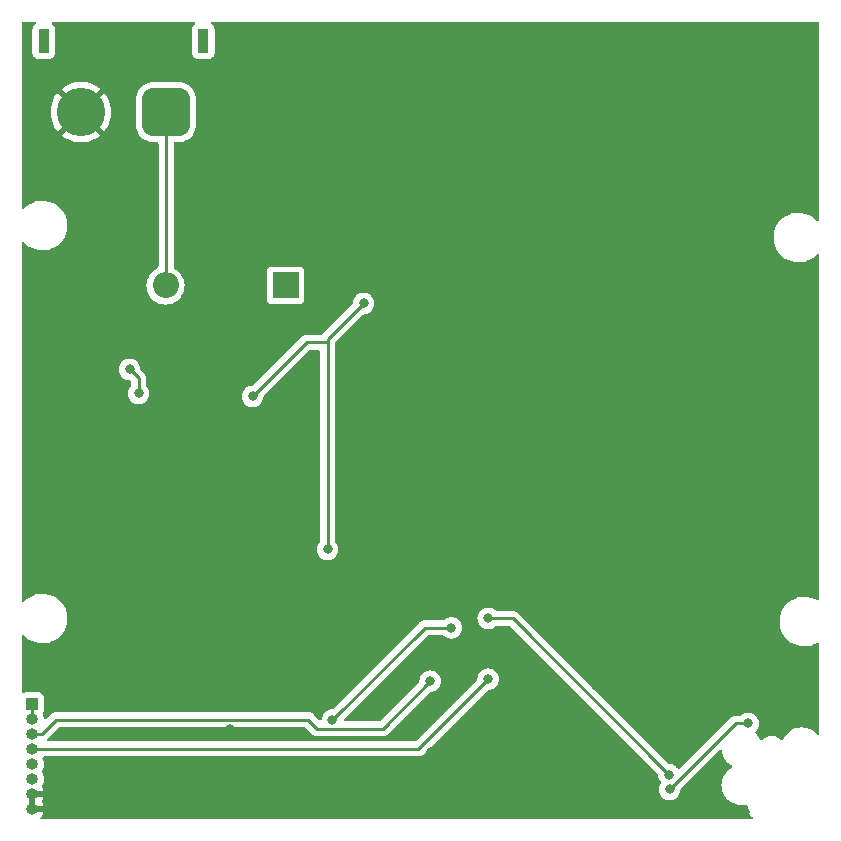
<source format=gbr>
%TF.GenerationSoftware,KiCad,Pcbnew,(6.0.7)*%
%TF.CreationDate,2023-02-12T17:10:20-05:00*%
%TF.ProjectId,PDB,5044422e-6b69-4636-9164-5f7063625858,rev?*%
%TF.SameCoordinates,Original*%
%TF.FileFunction,Copper,L2,Bot*%
%TF.FilePolarity,Positive*%
%FSLAX46Y46*%
G04 Gerber Fmt 4.6, Leading zero omitted, Abs format (unit mm)*
G04 Created by KiCad (PCBNEW (6.0.7)) date 2023-02-12 17:10:20*
%MOMM*%
%LPD*%
G01*
G04 APERTURE LIST*
G04 Aperture macros list*
%AMRoundRect*
0 Rectangle with rounded corners*
0 $1 Rounding radius*
0 $2 $3 $4 $5 $6 $7 $8 $9 X,Y pos of 4 corners*
0 Add a 4 corners polygon primitive as box body*
4,1,4,$2,$3,$4,$5,$6,$7,$8,$9,$2,$3,0*
0 Add four circle primitives for the rounded corners*
1,1,$1+$1,$2,$3*
1,1,$1+$1,$4,$5*
1,1,$1+$1,$6,$7*
1,1,$1+$1,$8,$9*
0 Add four rect primitives between the rounded corners*
20,1,$1+$1,$2,$3,$4,$5,0*
20,1,$1+$1,$4,$5,$6,$7,0*
20,1,$1+$1,$6,$7,$8,$9,0*
20,1,$1+$1,$8,$9,$2,$3,0*%
G04 Aperture macros list end*
%TA.AperFunction,ComponentPad*%
%ADD10R,1.000000X1.000000*%
%TD*%
%TA.AperFunction,ComponentPad*%
%ADD11O,1.000000X1.000000*%
%TD*%
%TA.AperFunction,ComponentPad*%
%ADD12R,2.200000X2.200000*%
%TD*%
%TA.AperFunction,ComponentPad*%
%ADD13O,2.200000X2.200000*%
%TD*%
%TA.AperFunction,ComponentPad*%
%ADD14R,0.900000X2.000000*%
%TD*%
%TA.AperFunction,ComponentPad*%
%ADD15RoundRect,1.025000X-1.025000X-1.025000X1.025000X-1.025000X1.025000X1.025000X-1.025000X1.025000X0*%
%TD*%
%TA.AperFunction,ComponentPad*%
%ADD16C,4.100000*%
%TD*%
%TA.AperFunction,ViaPad*%
%ADD17C,0.800000*%
%TD*%
%TA.AperFunction,Conductor*%
%ADD18C,0.250000*%
%TD*%
G04 APERTURE END LIST*
D10*
%TO.P,J102,1,Pin_1*%
%TO.N,+5V*%
X77585000Y-134488000D03*
D11*
%TO.P,J102,2,Pin_2*%
X77585000Y-135758000D03*
%TO.P,J102,3,Pin_3*%
%TO.N,/CANH*%
X77585000Y-137028000D03*
%TO.P,J102,4,Pin_4*%
%TO.N,/CANL*%
X77585000Y-138298000D03*
%TO.P,J102,5,Pin_5*%
%TO.N,+3.3V*%
X77585000Y-139568000D03*
%TO.P,J102,6,Pin_6*%
X77585000Y-140838000D03*
%TO.P,J102,7,Pin_7*%
%TO.N,GND*%
X77585000Y-142108000D03*
%TO.P,J102,8,Pin_8*%
X77585000Y-143378000D03*
%TD*%
D12*
%TO.P,D101,1,K*%
%TO.N,/V_in*%
X99060000Y-99060000D03*
D13*
%TO.P,D101,2,A*%
%TO.N,Net-(D101-Pad2)*%
X88900000Y-99060000D03*
%TD*%
D14*
%TO.P,J101,*%
%TO.N,*%
X78594000Y-78374000D03*
X92094000Y-78374000D03*
D15*
%TO.P,J101,1,Pin_1*%
%TO.N,Net-(D101-Pad2)*%
X88944000Y-84374000D03*
D16*
%TO.P,J101,2,Pin_2*%
%TO.N,GND*%
X81744000Y-84374000D03*
%TD*%
D17*
%TO.N,+3.3V*%
X96266000Y-108458000D03*
X85852000Y-106172000D03*
X102616000Y-121412000D03*
X86614000Y-108204000D03*
X138228282Y-136140723D03*
X105664000Y-100584000D03*
X131572000Y-141732000D03*
%TO.N,GND*%
X106244100Y-134485200D03*
X125333300Y-93853700D03*
X94322900Y-136590500D03*
X140362000Y-86409100D03*
X81080600Y-111625200D03*
X140343200Y-90402200D03*
X109545900Y-123863400D03*
X112699800Y-100765000D03*
X96343300Y-125524000D03*
X135310800Y-124396900D03*
X112401400Y-85657500D03*
X80647600Y-107167000D03*
X126497800Y-121838900D03*
X104648000Y-113708700D03*
X123865000Y-81482300D03*
X96836800Y-117260700D03*
X111353100Y-138575700D03*
X96416100Y-83197900D03*
X137968000Y-143654200D03*
X111730000Y-131299200D03*
X101897900Y-91701000D03*
X139525100Y-92585100D03*
X107397300Y-127200700D03*
X82097500Y-120329200D03*
X116541100Y-94307700D03*
%TO.N,/CANH*%
X111311800Y-132557800D03*
%TO.N,/CANL*%
X116222600Y-132395700D03*
%TO.N,/SWO*%
X116222600Y-127243200D03*
X131507400Y-140462200D03*
%TO.N,/Batt_curr_sense*%
X113106200Y-128040300D03*
X103037100Y-135842000D03*
%TD*%
D18*
%TO.N,+3.3V*%
X102616000Y-103886000D02*
X102616000Y-103632000D01*
X102616000Y-103886000D02*
X100838000Y-103886000D01*
X131572000Y-141732000D02*
X137163277Y-136140723D01*
X100838000Y-103886000D02*
X96266000Y-108458000D01*
X102616000Y-103632000D02*
X105664000Y-100584000D01*
X86614000Y-106934000D02*
X85852000Y-106172000D01*
X137163277Y-136140723D02*
X138228282Y-136140723D01*
X86614000Y-108204000D02*
X86614000Y-106934000D01*
X102616000Y-121412000D02*
X102616000Y-103886000D01*
%TO.N,+5V*%
X77585000Y-135758000D02*
X77585000Y-134488000D01*
%TO.N,Net-(D101-Pad2)*%
X88944000Y-97590700D02*
X88900000Y-97634700D01*
X88944000Y-84374000D02*
X88944000Y-97590700D01*
X88900000Y-99060000D02*
X88900000Y-97634700D01*
%TO.N,/CANH*%
X100988900Y-135817500D02*
X101750500Y-136579100D01*
X101750500Y-136579100D02*
X107290500Y-136579100D01*
X77585000Y-137028000D02*
X78410300Y-137028000D01*
X79620800Y-135817500D02*
X100988900Y-135817500D01*
X78410300Y-137028000D02*
X79620800Y-135817500D01*
X107290500Y-136579100D02*
X111311800Y-132557800D01*
%TO.N,/CANL*%
X110320300Y-138298000D02*
X116222600Y-132395700D01*
X77585000Y-138298000D02*
X110320300Y-138298000D01*
%TO.N,/SWO*%
X116222600Y-127243200D02*
X118288400Y-127243200D01*
X118288400Y-127243200D02*
X131507400Y-140462200D01*
%TO.N,/Batt_curr_sense*%
X103037100Y-135842000D02*
X110838800Y-128040300D01*
X110838800Y-128040300D02*
X113106200Y-128040300D01*
%TD*%
%TA.AperFunction,Conductor*%
%TO.N,GND*%
G36*
X77873918Y-76728502D02*
G01*
X77920411Y-76782158D01*
X77930515Y-76852432D01*
X77901021Y-76917012D01*
X77881362Y-76935326D01*
X77780739Y-77010739D01*
X77693385Y-77127295D01*
X77642255Y-77263684D01*
X77635500Y-77325866D01*
X77635500Y-79422134D01*
X77642255Y-79484316D01*
X77693385Y-79620705D01*
X77780739Y-79737261D01*
X77897295Y-79824615D01*
X78033684Y-79875745D01*
X78095866Y-79882500D01*
X79092134Y-79882500D01*
X79154316Y-79875745D01*
X79290705Y-79824615D01*
X79407261Y-79737261D01*
X79494615Y-79620705D01*
X79545745Y-79484316D01*
X79552500Y-79422134D01*
X79552500Y-77325866D01*
X79545745Y-77263684D01*
X79494615Y-77127295D01*
X79407261Y-77010739D01*
X79306638Y-76935326D01*
X79264123Y-76878467D01*
X79259097Y-76807648D01*
X79293157Y-76745355D01*
X79355488Y-76711365D01*
X79382203Y-76708500D01*
X91305797Y-76708500D01*
X91373918Y-76728502D01*
X91420411Y-76782158D01*
X91430515Y-76852432D01*
X91401021Y-76917012D01*
X91381362Y-76935326D01*
X91280739Y-77010739D01*
X91193385Y-77127295D01*
X91142255Y-77263684D01*
X91135500Y-77325866D01*
X91135500Y-79422134D01*
X91142255Y-79484316D01*
X91193385Y-79620705D01*
X91280739Y-79737261D01*
X91397295Y-79824615D01*
X91533684Y-79875745D01*
X91595866Y-79882500D01*
X92592134Y-79882500D01*
X92654316Y-79875745D01*
X92790705Y-79824615D01*
X92907261Y-79737261D01*
X92994615Y-79620705D01*
X93045745Y-79484316D01*
X93052500Y-79422134D01*
X93052500Y-77325866D01*
X93045745Y-77263684D01*
X92994615Y-77127295D01*
X92907261Y-77010739D01*
X92806638Y-76935326D01*
X92764123Y-76878467D01*
X92759097Y-76807648D01*
X92793157Y-76745355D01*
X92855488Y-76711365D01*
X92882203Y-76708500D01*
X144145500Y-76708500D01*
X144213621Y-76728502D01*
X144260114Y-76782158D01*
X144271500Y-76834500D01*
X144271500Y-93483949D01*
X144251498Y-93552070D01*
X144197842Y-93598563D01*
X144127568Y-93608667D01*
X144062988Y-93579173D01*
X144052754Y-93569237D01*
X144052361Y-93568810D01*
X144049687Y-93565472D01*
X143841149Y-93367577D01*
X143607683Y-93199814D01*
X143585843Y-93188250D01*
X143562654Y-93175972D01*
X143353608Y-93065288D01*
X143083627Y-92966489D01*
X142802736Y-92905245D01*
X142771685Y-92902801D01*
X142579718Y-92887693D01*
X142579709Y-92887693D01*
X142577261Y-92887500D01*
X142421729Y-92887500D01*
X142419593Y-92887646D01*
X142419582Y-92887646D01*
X142211452Y-92901835D01*
X142211446Y-92901836D01*
X142207175Y-92902127D01*
X142202980Y-92902996D01*
X142202978Y-92902996D01*
X142066417Y-92931276D01*
X141925658Y-92960426D01*
X141654657Y-93056393D01*
X141399188Y-93188250D01*
X141395687Y-93190711D01*
X141395683Y-93190713D01*
X141385594Y-93197804D01*
X141163977Y-93353559D01*
X140953378Y-93549260D01*
X140771287Y-93771732D01*
X140621073Y-94016858D01*
X140505517Y-94280102D01*
X140426756Y-94556594D01*
X140386249Y-94841216D01*
X140386227Y-94845505D01*
X140386226Y-94845512D01*
X140385631Y-94959142D01*
X140384743Y-95128703D01*
X140422268Y-95413734D01*
X140498129Y-95691036D01*
X140499813Y-95694984D01*
X140592459Y-95912187D01*
X140610923Y-95955476D01*
X140646035Y-96014144D01*
X140715891Y-96130864D01*
X140758561Y-96202161D01*
X140938313Y-96426528D01*
X141146851Y-96624423D01*
X141380317Y-96792186D01*
X141384112Y-96794195D01*
X141384113Y-96794196D01*
X141405869Y-96805715D01*
X141634392Y-96926712D01*
X141904373Y-97025511D01*
X142185264Y-97086755D01*
X142213841Y-97089004D01*
X142408282Y-97104307D01*
X142408291Y-97104307D01*
X142410739Y-97104500D01*
X142566271Y-97104500D01*
X142568407Y-97104354D01*
X142568418Y-97104354D01*
X142776548Y-97090165D01*
X142776554Y-97090164D01*
X142780825Y-97089873D01*
X142785020Y-97089004D01*
X142785022Y-97089004D01*
X142921583Y-97060724D01*
X143062342Y-97031574D01*
X143333343Y-96935607D01*
X143588812Y-96803750D01*
X143592313Y-96801289D01*
X143592317Y-96801287D01*
X143706417Y-96721096D01*
X143824023Y-96638441D01*
X144034622Y-96442740D01*
X144047996Y-96426400D01*
X144106620Y-96386355D01*
X144177589Y-96384361D01*
X144238370Y-96421052D01*
X144269665Y-96484779D01*
X144271500Y-96506206D01*
X144271500Y-125585030D01*
X144251498Y-125653151D01*
X144197842Y-125699644D01*
X144127568Y-125709748D01*
X144086541Y-125696384D01*
X143958381Y-125628527D01*
X143861608Y-125577288D01*
X143591627Y-125478489D01*
X143310736Y-125417245D01*
X143279685Y-125414801D01*
X143087718Y-125399693D01*
X143087709Y-125399693D01*
X143085261Y-125399500D01*
X142929729Y-125399500D01*
X142927593Y-125399646D01*
X142927582Y-125399646D01*
X142719452Y-125413835D01*
X142719446Y-125413836D01*
X142715175Y-125414127D01*
X142710980Y-125414996D01*
X142710978Y-125414996D01*
X142574416Y-125443277D01*
X142433658Y-125472426D01*
X142162657Y-125568393D01*
X141907188Y-125700250D01*
X141903687Y-125702711D01*
X141903683Y-125702713D01*
X141789582Y-125782905D01*
X141671977Y-125865559D01*
X141668836Y-125868478D01*
X141475821Y-126047839D01*
X141461378Y-126061260D01*
X141279287Y-126283732D01*
X141129073Y-126528858D01*
X141127347Y-126532791D01*
X141127346Y-126532792D01*
X141024507Y-126767065D01*
X141013517Y-126792102D01*
X141012342Y-126796229D01*
X141012341Y-126796230D01*
X140992489Y-126865921D01*
X140934756Y-127068594D01*
X140894249Y-127353216D01*
X140894227Y-127357505D01*
X140894226Y-127357512D01*
X140892765Y-127636417D01*
X140892743Y-127640703D01*
X140893302Y-127644947D01*
X140893302Y-127644951D01*
X140897262Y-127675029D01*
X140930268Y-127925734D01*
X140931401Y-127929874D01*
X140931401Y-127929876D01*
X140952415Y-128006689D01*
X141006129Y-128203036D01*
X141118923Y-128467476D01*
X141121130Y-128471163D01*
X141258529Y-128700740D01*
X141266561Y-128714161D01*
X141446313Y-128938528D01*
X141654851Y-129136423D01*
X141888317Y-129304186D01*
X141892112Y-129306195D01*
X141892113Y-129306196D01*
X141933346Y-129328028D01*
X142142392Y-129438712D01*
X142412373Y-129537511D01*
X142693264Y-129598755D01*
X142721841Y-129601004D01*
X142916282Y-129616307D01*
X142916291Y-129616307D01*
X142918739Y-129616500D01*
X143074271Y-129616500D01*
X143076407Y-129616354D01*
X143076418Y-129616354D01*
X143284548Y-129602165D01*
X143284554Y-129602164D01*
X143288825Y-129601873D01*
X143293020Y-129601004D01*
X143293022Y-129601004D01*
X143429583Y-129572724D01*
X143570342Y-129543574D01*
X143841343Y-129447607D01*
X144087710Y-129320448D01*
X144157418Y-129306979D01*
X144223341Y-129333334D01*
X144264551Y-129391147D01*
X144271500Y-129432414D01*
X144271500Y-137000220D01*
X144251498Y-137068341D01*
X144197842Y-137114834D01*
X144127568Y-137124938D01*
X144062988Y-137095444D01*
X144047541Y-137078656D01*
X144047337Y-137078830D01*
X144044227Y-137075189D01*
X144041406Y-137071327D01*
X144027858Y-137057708D01*
X143862806Y-136891789D01*
X143862801Y-136891785D01*
X143859430Y-136888396D01*
X143651878Y-136735096D01*
X143647648Y-136732870D01*
X143647644Y-136732868D01*
X143427762Y-136617183D01*
X143427760Y-136617182D01*
X143423525Y-136614954D01*
X143179627Y-136530735D01*
X142979949Y-136494267D01*
X142929767Y-136485102D01*
X142929766Y-136485102D01*
X142925797Y-136484377D01*
X142843233Y-136480050D01*
X142682387Y-136480050D01*
X142680008Y-136480231D01*
X142680007Y-136480231D01*
X142495481Y-136494267D01*
X142495476Y-136494268D01*
X142490714Y-136494630D01*
X142486061Y-136495709D01*
X142486058Y-136495709D01*
X142334948Y-136530735D01*
X142239349Y-136552894D01*
X141999689Y-136648508D01*
X141777250Y-136779274D01*
X141773539Y-136782295D01*
X141773535Y-136782298D01*
X141704176Y-136838765D01*
X141577149Y-136942181D01*
X141403993Y-137133481D01*
X141401352Y-137137479D01*
X141401351Y-137137480D01*
X141349099Y-137216574D01*
X141261765Y-137348772D01*
X141259764Y-137353112D01*
X141259762Y-137353116D01*
X141190808Y-137502690D01*
X141144124Y-137556179D01*
X141075932Y-137575938D01*
X141007883Y-137555693D01*
X140984833Y-137536512D01*
X140955909Y-137505925D01*
X140867286Y-137412209D01*
X140770425Y-137344386D01*
X140705472Y-137298906D01*
X140705471Y-137298905D01*
X140700239Y-137295242D01*
X140569472Y-137238654D01*
X140518940Y-137216787D01*
X140518939Y-137216787D01*
X140513084Y-137214253D01*
X140419276Y-137194655D01*
X140318212Y-137173541D01*
X140318208Y-137173541D01*
X140313467Y-137172550D01*
X140308630Y-137172297D01*
X140308626Y-137172296D01*
X140308560Y-137172293D01*
X140306788Y-137172200D01*
X140157033Y-137172200D01*
X140105338Y-137177451D01*
X140011466Y-137186986D01*
X140011465Y-137186986D01*
X140005117Y-137187631D01*
X139810522Y-137248614D01*
X139632163Y-137347479D01*
X139477327Y-137480190D01*
X139473413Y-137485235D01*
X139473409Y-137485240D01*
X139442515Y-137525068D01*
X139384959Y-137566635D01*
X139314067Y-137570485D01*
X139252347Y-137535398D01*
X139231142Y-137505925D01*
X139224674Y-137493472D01*
X139167879Y-137384137D01*
X139115826Y-137283931D01*
X139115824Y-137283928D01*
X139113617Y-137279679D01*
X139089527Y-137246703D01*
X138966760Y-137078656D01*
X138961406Y-137071327D01*
X138947810Y-137057659D01*
X138923023Y-137032743D01*
X138862564Y-136971966D01*
X138828703Y-136909567D01*
X138833953Y-136838765D01*
X138858257Y-136798796D01*
X138962903Y-136682575D01*
X138962904Y-136682574D01*
X138967322Y-136677667D01*
X139039984Y-136551813D01*
X139059505Y-136518002D01*
X139059506Y-136518001D01*
X139062809Y-136512279D01*
X139121824Y-136330651D01*
X139124315Y-136306956D01*
X139141096Y-136147288D01*
X139141786Y-136140723D01*
X139121824Y-135950795D01*
X139062809Y-135769167D01*
X139040488Y-135730505D01*
X139008586Y-135675251D01*
X138967322Y-135603779D01*
X138951164Y-135585833D01*
X138843957Y-135466768D01*
X138843956Y-135466767D01*
X138839535Y-135461857D01*
X138704650Y-135363857D01*
X138690376Y-135353486D01*
X138690375Y-135353485D01*
X138685034Y-135349605D01*
X138679006Y-135346921D01*
X138679004Y-135346920D01*
X138516601Y-135274614D01*
X138516600Y-135274614D01*
X138510570Y-135271929D01*
X138417170Y-135252076D01*
X138330226Y-135233595D01*
X138330221Y-135233595D01*
X138323769Y-135232223D01*
X138132795Y-135232223D01*
X138126343Y-135233595D01*
X138126338Y-135233595D01*
X138039394Y-135252076D01*
X137945994Y-135271929D01*
X137939964Y-135274614D01*
X137939963Y-135274614D01*
X137777560Y-135346920D01*
X137777558Y-135346921D01*
X137771530Y-135349605D01*
X137766189Y-135353485D01*
X137766188Y-135353486D01*
X137732818Y-135377731D01*
X137617029Y-135461857D01*
X137612614Y-135466760D01*
X137607702Y-135471183D01*
X137606577Y-135469934D01*
X137553268Y-135502774D01*
X137520082Y-135507223D01*
X137242045Y-135507223D01*
X137230862Y-135506696D01*
X137223369Y-135505021D01*
X137215443Y-135505270D01*
X137215442Y-135505270D01*
X137155279Y-135507161D01*
X137151321Y-135507223D01*
X137123421Y-135507223D01*
X137119431Y-135507727D01*
X137107597Y-135508659D01*
X137063388Y-135510049D01*
X137055774Y-135512261D01*
X137055769Y-135512262D01*
X137043936Y-135515700D01*
X137024573Y-135519711D01*
X137004480Y-135522249D01*
X136997113Y-135525166D01*
X136997108Y-135525167D01*
X136963369Y-135538525D01*
X136952142Y-135542369D01*
X136909684Y-135554705D01*
X136902858Y-135558742D01*
X136892249Y-135565016D01*
X136874501Y-135573711D01*
X136855660Y-135581171D01*
X136849244Y-135585833D01*
X136849243Y-135585833D01*
X136819890Y-135607159D01*
X136809970Y-135613675D01*
X136778742Y-135632143D01*
X136778739Y-135632145D01*
X136771915Y-135636181D01*
X136757594Y-135650502D01*
X136742561Y-135663342D01*
X136726170Y-135675251D01*
X136721119Y-135681357D01*
X136697979Y-135709328D01*
X136689989Y-135718107D01*
X132449079Y-139959016D01*
X132386767Y-139993042D01*
X132315951Y-139987977D01*
X132259116Y-139945430D01*
X132250871Y-139932930D01*
X132246440Y-139925256D01*
X132198847Y-139872398D01*
X132123075Y-139788245D01*
X132123074Y-139788244D01*
X132118653Y-139783334D01*
X132006279Y-139701689D01*
X131969494Y-139674963D01*
X131969493Y-139674962D01*
X131964152Y-139671082D01*
X131958124Y-139668398D01*
X131958122Y-139668397D01*
X131795719Y-139596091D01*
X131795718Y-139596091D01*
X131789688Y-139593406D01*
X131686737Y-139571523D01*
X131609344Y-139555072D01*
X131609339Y-139555072D01*
X131602887Y-139553700D01*
X131546994Y-139553700D01*
X131478873Y-139533698D01*
X131457899Y-139516795D01*
X125130608Y-133189503D01*
X118792052Y-126850947D01*
X118784512Y-126842661D01*
X118780400Y-126836182D01*
X118730748Y-126789556D01*
X118727907Y-126786802D01*
X118708170Y-126767065D01*
X118704973Y-126764585D01*
X118695951Y-126756880D01*
X118669500Y-126732041D01*
X118663721Y-126726614D01*
X118656775Y-126722795D01*
X118656772Y-126722793D01*
X118645966Y-126716852D01*
X118629447Y-126706001D01*
X118623448Y-126701348D01*
X118613441Y-126693586D01*
X118606172Y-126690441D01*
X118606168Y-126690438D01*
X118572863Y-126676026D01*
X118562213Y-126670809D01*
X118523460Y-126649505D01*
X118503837Y-126644467D01*
X118485134Y-126638063D01*
X118473820Y-126633167D01*
X118473819Y-126633167D01*
X118466545Y-126630019D01*
X118458722Y-126628780D01*
X118458712Y-126628777D01*
X118422876Y-126623101D01*
X118411256Y-126620695D01*
X118376111Y-126611672D01*
X118376110Y-126611672D01*
X118368430Y-126609700D01*
X118348176Y-126609700D01*
X118328465Y-126608149D01*
X118316286Y-126606220D01*
X118308457Y-126604980D01*
X118300565Y-126605726D01*
X118264439Y-126609141D01*
X118252581Y-126609700D01*
X116930800Y-126609700D01*
X116862679Y-126589698D01*
X116843453Y-126573357D01*
X116843180Y-126573660D01*
X116838268Y-126569237D01*
X116833853Y-126564334D01*
X116679352Y-126452082D01*
X116673324Y-126449398D01*
X116673322Y-126449397D01*
X116510919Y-126377091D01*
X116510918Y-126377091D01*
X116504888Y-126374406D01*
X116411487Y-126354553D01*
X116324544Y-126336072D01*
X116324539Y-126336072D01*
X116318087Y-126334700D01*
X116127113Y-126334700D01*
X116120661Y-126336072D01*
X116120656Y-126336072D01*
X116033713Y-126354553D01*
X115940312Y-126374406D01*
X115934282Y-126377091D01*
X115934281Y-126377091D01*
X115771878Y-126449397D01*
X115771876Y-126449398D01*
X115765848Y-126452082D01*
X115611347Y-126564334D01*
X115606926Y-126569244D01*
X115606925Y-126569245D01*
X115497803Y-126690438D01*
X115483560Y-126706256D01*
X115468673Y-126732041D01*
X115408499Y-126836266D01*
X115388073Y-126871644D01*
X115329058Y-127053272D01*
X115328368Y-127059833D01*
X115328368Y-127059835D01*
X115327001Y-127072841D01*
X115309096Y-127243200D01*
X115309786Y-127249765D01*
X115326086Y-127404847D01*
X115329058Y-127433128D01*
X115388073Y-127614756D01*
X115391376Y-127620478D01*
X115391377Y-127620479D01*
X115405506Y-127644951D01*
X115483560Y-127780144D01*
X115487978Y-127785051D01*
X115487979Y-127785052D01*
X115552703Y-127856935D01*
X115611347Y-127922066D01*
X115765848Y-128034318D01*
X115771876Y-128037002D01*
X115771878Y-128037003D01*
X115794029Y-128046865D01*
X115940312Y-128111994D01*
X116033712Y-128131847D01*
X116120656Y-128150328D01*
X116120661Y-128150328D01*
X116127113Y-128151700D01*
X116318087Y-128151700D01*
X116324539Y-128150328D01*
X116324544Y-128150328D01*
X116411488Y-128131847D01*
X116504888Y-128111994D01*
X116651171Y-128046865D01*
X116673322Y-128037003D01*
X116673324Y-128037002D01*
X116679352Y-128034318D01*
X116833853Y-127922066D01*
X116838268Y-127917163D01*
X116843180Y-127912740D01*
X116844305Y-127913989D01*
X116897614Y-127881149D01*
X116930800Y-127876700D01*
X117973806Y-127876700D01*
X118041927Y-127896702D01*
X118062901Y-127913605D01*
X130560278Y-140410983D01*
X130594304Y-140473295D01*
X130596493Y-140486908D01*
X130612086Y-140635264D01*
X130613858Y-140652128D01*
X130672873Y-140833756D01*
X130768360Y-140999144D01*
X130815387Y-141051372D01*
X130846102Y-141115376D01*
X130837339Y-141185830D01*
X130830870Y-141198676D01*
X130737473Y-141360444D01*
X130678458Y-141542072D01*
X130658496Y-141732000D01*
X130659186Y-141738565D01*
X130671319Y-141854000D01*
X130678458Y-141921928D01*
X130737473Y-142103556D01*
X130832960Y-142268944D01*
X130837378Y-142273851D01*
X130837379Y-142273852D01*
X130931970Y-142378906D01*
X130960747Y-142410866D01*
X131027086Y-142459064D01*
X131102865Y-142514121D01*
X131115248Y-142523118D01*
X131121276Y-142525802D01*
X131121278Y-142525803D01*
X131253831Y-142584819D01*
X131289712Y-142600794D01*
X131383113Y-142620647D01*
X131470056Y-142639128D01*
X131470061Y-142639128D01*
X131476513Y-142640500D01*
X131667487Y-142640500D01*
X131673939Y-142639128D01*
X131673944Y-142639128D01*
X131760887Y-142620647D01*
X131854288Y-142600794D01*
X131890169Y-142584819D01*
X132022722Y-142525803D01*
X132022724Y-142525802D01*
X132028752Y-142523118D01*
X132041136Y-142514121D01*
X132116914Y-142459064D01*
X132183253Y-142410866D01*
X132212030Y-142378906D01*
X132306621Y-142273852D01*
X132306622Y-142273851D01*
X132311040Y-142268944D01*
X132406527Y-142103556D01*
X132465542Y-141921928D01*
X132482907Y-141756706D01*
X132509920Y-141691050D01*
X132519122Y-141680782D01*
X135786359Y-138413546D01*
X135848671Y-138379520D01*
X135919487Y-138384585D01*
X135976322Y-138427132D01*
X135999521Y-138480653D01*
X136019662Y-138594298D01*
X136020497Y-138599007D01*
X136103438Y-138843342D01*
X136105642Y-138847584D01*
X136105642Y-138847585D01*
X136214299Y-139056758D01*
X136222383Y-139072321D01*
X136225209Y-139076189D01*
X136225210Y-139076191D01*
X136300831Y-139179704D01*
X136374594Y-139280673D01*
X136377965Y-139284062D01*
X136377967Y-139284064D01*
X136553194Y-139460211D01*
X136553199Y-139460215D01*
X136556570Y-139463604D01*
X136764122Y-139616904D01*
X136768353Y-139619130D01*
X136768361Y-139619135D01*
X136831338Y-139652269D01*
X136882311Y-139701689D01*
X136898473Y-139770821D01*
X136874694Y-139837717D01*
X136836525Y-139872398D01*
X136697250Y-139954274D01*
X136693539Y-139957295D01*
X136693535Y-139957298D01*
X136511616Y-140105403D01*
X136497149Y-140117181D01*
X136323993Y-140308481D01*
X136181765Y-140523772D01*
X136179764Y-140528112D01*
X136179762Y-140528116D01*
X136075745Y-140753748D01*
X136073739Y-140758100D01*
X136072415Y-140762701D01*
X136072415Y-140762702D01*
X136004393Y-140999144D01*
X136002400Y-141006071D01*
X136001789Y-141010806D01*
X136001788Y-141010812D01*
X135977555Y-141198680D01*
X135969390Y-141261980D01*
X135975469Y-141519937D01*
X135979371Y-141541953D01*
X136019189Y-141766624D01*
X136020497Y-141774007D01*
X136103438Y-142018342D01*
X136105642Y-142022584D01*
X136105642Y-142022585D01*
X136203233Y-142210455D01*
X136222383Y-142247321D01*
X136225209Y-142251189D01*
X136225210Y-142251191D01*
X136238615Y-142269540D01*
X136374594Y-142455673D01*
X136377965Y-142459062D01*
X136377967Y-142459064D01*
X136553194Y-142635211D01*
X136553199Y-142635215D01*
X136556570Y-142638604D01*
X136764122Y-142791904D01*
X136768352Y-142794130D01*
X136768356Y-142794132D01*
X136977750Y-142904299D01*
X136992475Y-142912046D01*
X137236373Y-142996265D01*
X137490203Y-143042623D01*
X137572767Y-143046950D01*
X137733613Y-143046950D01*
X137735992Y-143046769D01*
X137735993Y-143046769D01*
X137920519Y-143032733D01*
X137920524Y-143032732D01*
X137925286Y-143032370D01*
X137929939Y-143031291D01*
X137929942Y-143031291D01*
X138038854Y-143006046D01*
X138109732Y-143010150D01*
X138167139Y-143051921D01*
X138192850Y-143118099D01*
X138193132Y-143135380D01*
X138184228Y-143305288D01*
X138214722Y-143506922D01*
X138285137Y-143698306D01*
X138392598Y-143871622D01*
X138532714Y-144019791D01*
X138564844Y-144042289D01*
X138609171Y-144097743D01*
X138616480Y-144168363D01*
X138584450Y-144231723D01*
X138523249Y-144267709D01*
X138492572Y-144271500D01*
X78420597Y-144271500D01*
X78352476Y-144251498D01*
X78305983Y-144197842D01*
X78295879Y-144127568D01*
X78325216Y-144063169D01*
X78408638Y-143966523D01*
X78415711Y-143956497D01*
X78507262Y-143795337D01*
X78512256Y-143784121D01*
X78557142Y-143649190D01*
X78557643Y-143635097D01*
X78551454Y-143632000D01*
X77457000Y-143632000D01*
X77388879Y-143611998D01*
X77342386Y-143558342D01*
X77331000Y-143506000D01*
X77331000Y-143105885D01*
X77839000Y-143105885D01*
X77843475Y-143121124D01*
X77844865Y-143122329D01*
X77852548Y-143124000D01*
X78543183Y-143124000D01*
X78556714Y-143120027D01*
X78557806Y-143112433D01*
X78523231Y-142997919D01*
X78518560Y-142986586D01*
X78431538Y-142822920D01*
X78424124Y-142811760D01*
X78403088Y-142743951D01*
X78419517Y-142679797D01*
X78507262Y-142525337D01*
X78512256Y-142514121D01*
X78557142Y-142379190D01*
X78557643Y-142365097D01*
X78551454Y-142362000D01*
X77857115Y-142362000D01*
X77841876Y-142366475D01*
X77840671Y-142367865D01*
X77839000Y-142375548D01*
X77839000Y-143105885D01*
X77331000Y-143105885D01*
X77331000Y-141980000D01*
X77351002Y-141911879D01*
X77404658Y-141865386D01*
X77457000Y-141854000D01*
X78543183Y-141854000D01*
X78556714Y-141850027D01*
X78557806Y-141842433D01*
X78523231Y-141727919D01*
X78518560Y-141716586D01*
X78431537Y-141552918D01*
X78424435Y-141542228D01*
X78403398Y-141474420D01*
X78419827Y-141410264D01*
X78507723Y-141255542D01*
X78507725Y-141255537D01*
X78510769Y-141250179D01*
X78573197Y-141062513D01*
X78597985Y-140866295D01*
X78598380Y-140838000D01*
X78579080Y-140641167D01*
X78521916Y-140451831D01*
X78429066Y-140277204D01*
X78425167Y-140272424D01*
X78424715Y-140271743D01*
X78403676Y-140203935D01*
X78420105Y-140139775D01*
X78507723Y-139985542D01*
X78507725Y-139985537D01*
X78510769Y-139980179D01*
X78573197Y-139792513D01*
X78597985Y-139596295D01*
X78598380Y-139568000D01*
X78579080Y-139371167D01*
X78521916Y-139181831D01*
X78519024Y-139176392D01*
X78519022Y-139176387D01*
X78487261Y-139116652D01*
X78472942Y-139047115D01*
X78498490Y-138980874D01*
X78555795Y-138938962D01*
X78598513Y-138931500D01*
X110241533Y-138931500D01*
X110252716Y-138932027D01*
X110260209Y-138933702D01*
X110268135Y-138933453D01*
X110268136Y-138933453D01*
X110328286Y-138931562D01*
X110332245Y-138931500D01*
X110360156Y-138931500D01*
X110364091Y-138931003D01*
X110364156Y-138930995D01*
X110375993Y-138930062D01*
X110408251Y-138929048D01*
X110412270Y-138928922D01*
X110420189Y-138928673D01*
X110439643Y-138923021D01*
X110459000Y-138919013D01*
X110471230Y-138917468D01*
X110471231Y-138917468D01*
X110479097Y-138916474D01*
X110486468Y-138913555D01*
X110486470Y-138913555D01*
X110520212Y-138900196D01*
X110531442Y-138896351D01*
X110566283Y-138886229D01*
X110566284Y-138886229D01*
X110573893Y-138884018D01*
X110580712Y-138879985D01*
X110580717Y-138879983D01*
X110591328Y-138873707D01*
X110609076Y-138865012D01*
X110627917Y-138857552D01*
X110642502Y-138846956D01*
X110663687Y-138831564D01*
X110673607Y-138825048D01*
X110704835Y-138806580D01*
X110704838Y-138806578D01*
X110711662Y-138802542D01*
X110725983Y-138788221D01*
X110741017Y-138775380D01*
X110750994Y-138768131D01*
X110757407Y-138763472D01*
X110785598Y-138729395D01*
X110793588Y-138720616D01*
X116173099Y-133341105D01*
X116235411Y-133307079D01*
X116262194Y-133304200D01*
X116318087Y-133304200D01*
X116324539Y-133302828D01*
X116324544Y-133302828D01*
X116411488Y-133284347D01*
X116504888Y-133264494D01*
X116567391Y-133236666D01*
X116673322Y-133189503D01*
X116673324Y-133189502D01*
X116679352Y-133186818D01*
X116833853Y-133074566D01*
X116961640Y-132932644D01*
X117057127Y-132767256D01*
X117116142Y-132585628D01*
X117136104Y-132395700D01*
X117116142Y-132205772D01*
X117057127Y-132024144D01*
X116961640Y-131858756D01*
X116833853Y-131716834D01*
X116679352Y-131604582D01*
X116673324Y-131601898D01*
X116673322Y-131601897D01*
X116510919Y-131529591D01*
X116510918Y-131529591D01*
X116504888Y-131526906D01*
X116411488Y-131507053D01*
X116324544Y-131488572D01*
X116324539Y-131488572D01*
X116318087Y-131487200D01*
X116127113Y-131487200D01*
X116120661Y-131488572D01*
X116120656Y-131488572D01*
X116033712Y-131507053D01*
X115940312Y-131526906D01*
X115934282Y-131529591D01*
X115934281Y-131529591D01*
X115771878Y-131601897D01*
X115771876Y-131601898D01*
X115765848Y-131604582D01*
X115611347Y-131716834D01*
X115483560Y-131858756D01*
X115388073Y-132024144D01*
X115329058Y-132205772D01*
X115328368Y-132212333D01*
X115328368Y-132212335D01*
X115311693Y-132370993D01*
X115284680Y-132436650D01*
X115275478Y-132446918D01*
X110094800Y-137627595D01*
X110032488Y-137661621D01*
X110005705Y-137664500D01*
X78973894Y-137664500D01*
X78905773Y-137644498D01*
X78859280Y-137590842D01*
X78849176Y-137520568D01*
X78878670Y-137455988D01*
X78884799Y-137449405D01*
X79846299Y-136487905D01*
X79908611Y-136453879D01*
X79935394Y-136451000D01*
X100674305Y-136451000D01*
X100742426Y-136471002D01*
X100763401Y-136487905D01*
X101246853Y-136971358D01*
X101254387Y-136979637D01*
X101258500Y-136986118D01*
X101279595Y-137005927D01*
X101308151Y-137032743D01*
X101310993Y-137035498D01*
X101330730Y-137055235D01*
X101333927Y-137057715D01*
X101342947Y-137065418D01*
X101375179Y-137095686D01*
X101382125Y-137099505D01*
X101382128Y-137099507D01*
X101392934Y-137105448D01*
X101409453Y-137116299D01*
X101425459Y-137128714D01*
X101432728Y-137131859D01*
X101432732Y-137131862D01*
X101466037Y-137146274D01*
X101476687Y-137151491D01*
X101515440Y-137172795D01*
X101523115Y-137174766D01*
X101523116Y-137174766D01*
X101535062Y-137177833D01*
X101553767Y-137184237D01*
X101572355Y-137192281D01*
X101580178Y-137193520D01*
X101580188Y-137193523D01*
X101616024Y-137199199D01*
X101627644Y-137201605D01*
X101659459Y-137209773D01*
X101670470Y-137212600D01*
X101690724Y-137212600D01*
X101710434Y-137214151D01*
X101730443Y-137217320D01*
X101738335Y-137216574D01*
X101757080Y-137214802D01*
X101774462Y-137213159D01*
X101786319Y-137212600D01*
X107211733Y-137212600D01*
X107222916Y-137213127D01*
X107230409Y-137214802D01*
X107238335Y-137214553D01*
X107238336Y-137214553D01*
X107298486Y-137212662D01*
X107302445Y-137212600D01*
X107330356Y-137212600D01*
X107334291Y-137212103D01*
X107334356Y-137212095D01*
X107346193Y-137211162D01*
X107378451Y-137210148D01*
X107382470Y-137210022D01*
X107390389Y-137209773D01*
X107409843Y-137204121D01*
X107429200Y-137200113D01*
X107441430Y-137198568D01*
X107441431Y-137198568D01*
X107449297Y-137197574D01*
X107456668Y-137194655D01*
X107456670Y-137194655D01*
X107490412Y-137181296D01*
X107501642Y-137177451D01*
X107536483Y-137167329D01*
X107536484Y-137167329D01*
X107544093Y-137165118D01*
X107550912Y-137161085D01*
X107550917Y-137161083D01*
X107561528Y-137154807D01*
X107579276Y-137146112D01*
X107598117Y-137138652D01*
X107605235Y-137133481D01*
X107633887Y-137112664D01*
X107643807Y-137106148D01*
X107675035Y-137087680D01*
X107675038Y-137087678D01*
X107681862Y-137083642D01*
X107696183Y-137069321D01*
X107711217Y-137056480D01*
X107721194Y-137049231D01*
X107727607Y-137044572D01*
X107755798Y-137010495D01*
X107763788Y-137001716D01*
X111262300Y-133503205D01*
X111324612Y-133469179D01*
X111351395Y-133466300D01*
X111407287Y-133466300D01*
X111413739Y-133464928D01*
X111413744Y-133464928D01*
X111500687Y-133446447D01*
X111594088Y-133426594D01*
X111644285Y-133404245D01*
X111762522Y-133351603D01*
X111762524Y-133351602D01*
X111768552Y-133348918D01*
X111923053Y-133236666D01*
X112050840Y-133094744D01*
X112146327Y-132929356D01*
X112205342Y-132747728D01*
X112225304Y-132557800D01*
X112205342Y-132367872D01*
X112146327Y-132186244D01*
X112050840Y-132020856D01*
X111923053Y-131878934D01*
X111768552Y-131766682D01*
X111762524Y-131763998D01*
X111762522Y-131763997D01*
X111600119Y-131691691D01*
X111600118Y-131691691D01*
X111594088Y-131689006D01*
X111500688Y-131669153D01*
X111413744Y-131650672D01*
X111413739Y-131650672D01*
X111407287Y-131649300D01*
X111216313Y-131649300D01*
X111209861Y-131650672D01*
X111209856Y-131650672D01*
X111122912Y-131669153D01*
X111029512Y-131689006D01*
X111023482Y-131691691D01*
X111023481Y-131691691D01*
X110861078Y-131763997D01*
X110861076Y-131763998D01*
X110855048Y-131766682D01*
X110700547Y-131878934D01*
X110572760Y-132020856D01*
X110477273Y-132186244D01*
X110418258Y-132367872D01*
X110417568Y-132374433D01*
X110417568Y-132374435D01*
X110400893Y-132533093D01*
X110373880Y-132598750D01*
X110364678Y-132609018D01*
X107065000Y-135908695D01*
X107002688Y-135942721D01*
X106975905Y-135945600D01*
X104133594Y-135945600D01*
X104065473Y-135925598D01*
X104018980Y-135871942D01*
X104008876Y-135801668D01*
X104038370Y-135737088D01*
X104044499Y-135730505D01*
X111064300Y-128710705D01*
X111126612Y-128676679D01*
X111153395Y-128673800D01*
X112398000Y-128673800D01*
X112466121Y-128693802D01*
X112485347Y-128710143D01*
X112485620Y-128709840D01*
X112490532Y-128714263D01*
X112494947Y-128719166D01*
X112649448Y-128831418D01*
X112655476Y-128834102D01*
X112655478Y-128834103D01*
X112817881Y-128906409D01*
X112823912Y-128909094D01*
X112917312Y-128928947D01*
X113004256Y-128947428D01*
X113004261Y-128947428D01*
X113010713Y-128948800D01*
X113201687Y-128948800D01*
X113208139Y-128947428D01*
X113208144Y-128947428D01*
X113295088Y-128928947D01*
X113388488Y-128909094D01*
X113394519Y-128906409D01*
X113556922Y-128834103D01*
X113556924Y-128834102D01*
X113562952Y-128831418D01*
X113717453Y-128719166D01*
X113740291Y-128693802D01*
X113840821Y-128582152D01*
X113840822Y-128582151D01*
X113845240Y-128577244D01*
X113940727Y-128411856D01*
X113999742Y-128230228D01*
X114019704Y-128040300D01*
X114007277Y-127922066D01*
X114000432Y-127856935D01*
X114000432Y-127856933D01*
X113999742Y-127850372D01*
X113940727Y-127668744D01*
X113924538Y-127640703D01*
X113886504Y-127574828D01*
X113845240Y-127503356D01*
X113829082Y-127485410D01*
X113721875Y-127366345D01*
X113721874Y-127366344D01*
X113717453Y-127361434D01*
X113562952Y-127249182D01*
X113556924Y-127246498D01*
X113556922Y-127246497D01*
X113394519Y-127174191D01*
X113394518Y-127174191D01*
X113388488Y-127171506D01*
X113295088Y-127151653D01*
X113208144Y-127133172D01*
X113208139Y-127133172D01*
X113201687Y-127131800D01*
X113010713Y-127131800D01*
X113004261Y-127133172D01*
X113004256Y-127133172D01*
X112917312Y-127151653D01*
X112823912Y-127171506D01*
X112817882Y-127174191D01*
X112817881Y-127174191D01*
X112655478Y-127246497D01*
X112655476Y-127246498D01*
X112649448Y-127249182D01*
X112494947Y-127361434D01*
X112490532Y-127366337D01*
X112485620Y-127370760D01*
X112484495Y-127369511D01*
X112431186Y-127402351D01*
X112398000Y-127406800D01*
X110917567Y-127406800D01*
X110906384Y-127406273D01*
X110898891Y-127404598D01*
X110890965Y-127404847D01*
X110890964Y-127404847D01*
X110830801Y-127406738D01*
X110826843Y-127406800D01*
X110798944Y-127406800D01*
X110794954Y-127407304D01*
X110783120Y-127408236D01*
X110738911Y-127409626D01*
X110731297Y-127411838D01*
X110731292Y-127411839D01*
X110719459Y-127415277D01*
X110700096Y-127419288D01*
X110680003Y-127421826D01*
X110672636Y-127424743D01*
X110672631Y-127424744D01*
X110638892Y-127438102D01*
X110627665Y-127441946D01*
X110585207Y-127454282D01*
X110578381Y-127458319D01*
X110567772Y-127464593D01*
X110550024Y-127473288D01*
X110531183Y-127480748D01*
X110524767Y-127485410D01*
X110524766Y-127485410D01*
X110495413Y-127506736D01*
X110485493Y-127513252D01*
X110454265Y-127531720D01*
X110454262Y-127531722D01*
X110447438Y-127535758D01*
X110433117Y-127550079D01*
X110418084Y-127562919D01*
X110401693Y-127574828D01*
X110396642Y-127580934D01*
X110373502Y-127608905D01*
X110365512Y-127617684D01*
X103086600Y-134896595D01*
X103024288Y-134930621D01*
X102997505Y-134933500D01*
X102941613Y-134933500D01*
X102935161Y-134934872D01*
X102935156Y-134934872D01*
X102848212Y-134953353D01*
X102754812Y-134973206D01*
X102748782Y-134975891D01*
X102748781Y-134975891D01*
X102586378Y-135048197D01*
X102586376Y-135048198D01*
X102580348Y-135050882D01*
X102425847Y-135163134D01*
X102421426Y-135168044D01*
X102421425Y-135168045D01*
X102311209Y-135290453D01*
X102298060Y-135305056D01*
X102264111Y-135363857D01*
X102209773Y-135457974D01*
X102202573Y-135470444D01*
X102143558Y-135652072D01*
X102131853Y-135763444D01*
X102130828Y-135773193D01*
X102103815Y-135838850D01*
X102045593Y-135879480D01*
X101974648Y-135882183D01*
X101916422Y-135849118D01*
X101748662Y-135681357D01*
X101492547Y-135425242D01*
X101485013Y-135416963D01*
X101480900Y-135410482D01*
X101431248Y-135363856D01*
X101428407Y-135361102D01*
X101408670Y-135341365D01*
X101405473Y-135338885D01*
X101396451Y-135331180D01*
X101392297Y-135327279D01*
X101364221Y-135300914D01*
X101357275Y-135297095D01*
X101357272Y-135297093D01*
X101346466Y-135291152D01*
X101329947Y-135280301D01*
X101322615Y-135274614D01*
X101313941Y-135267886D01*
X101306672Y-135264741D01*
X101306668Y-135264738D01*
X101273363Y-135250326D01*
X101262713Y-135245109D01*
X101223960Y-135223805D01*
X101204337Y-135218767D01*
X101185634Y-135212363D01*
X101174320Y-135207467D01*
X101174319Y-135207467D01*
X101167045Y-135204319D01*
X101159222Y-135203080D01*
X101159212Y-135203077D01*
X101123376Y-135197401D01*
X101111756Y-135194995D01*
X101076611Y-135185972D01*
X101076610Y-135185972D01*
X101068930Y-135184000D01*
X101048676Y-135184000D01*
X101028965Y-135182449D01*
X101016786Y-135180520D01*
X101008957Y-135179280D01*
X100979686Y-135182047D01*
X100964939Y-135183441D01*
X100953081Y-135184000D01*
X79699568Y-135184000D01*
X79688385Y-135183473D01*
X79680892Y-135181798D01*
X79672966Y-135182047D01*
X79672965Y-135182047D01*
X79612802Y-135183938D01*
X79608844Y-135184000D01*
X79580944Y-135184000D01*
X79576954Y-135184504D01*
X79565120Y-135185436D01*
X79520911Y-135186826D01*
X79513295Y-135189039D01*
X79513293Y-135189039D01*
X79501452Y-135192479D01*
X79482093Y-135196488D01*
X79480783Y-135196654D01*
X79462003Y-135199026D01*
X79454637Y-135201942D01*
X79454631Y-135201944D01*
X79420898Y-135215300D01*
X79409668Y-135219145D01*
X79380493Y-135227621D01*
X79367207Y-135231481D01*
X79360384Y-135235516D01*
X79349766Y-135241795D01*
X79332013Y-135250492D01*
X79324368Y-135253519D01*
X79313183Y-135257948D01*
X79299505Y-135267886D01*
X79277412Y-135283937D01*
X79267495Y-135290451D01*
X79229438Y-135312958D01*
X79215117Y-135327279D01*
X79200084Y-135340119D01*
X79183693Y-135352028D01*
X79178643Y-135358132D01*
X79178638Y-135358137D01*
X79155507Y-135386098D01*
X79147517Y-135394879D01*
X78803473Y-135738922D01*
X78741161Y-135772947D01*
X78670345Y-135767882D01*
X78613510Y-135725335D01*
X78588979Y-135662122D01*
X78586039Y-135632143D01*
X78579080Y-135561167D01*
X78566189Y-135518468D01*
X78536158Y-135419002D01*
X78521916Y-135371831D01*
X78519024Y-135366391D01*
X78517195Y-135361954D01*
X78509731Y-135291350D01*
X78527512Y-135250631D01*
X78525921Y-135249760D01*
X78530229Y-135241891D01*
X78535615Y-135234705D01*
X78586745Y-135098316D01*
X78593500Y-135036134D01*
X78593500Y-133939866D01*
X78586745Y-133877684D01*
X78535615Y-133741295D01*
X78448261Y-133624739D01*
X78331705Y-133537385D01*
X78195316Y-133486255D01*
X78133134Y-133479500D01*
X77036866Y-133479500D01*
X76974684Y-133486255D01*
X76878729Y-133522227D01*
X76807923Y-133527410D01*
X76745554Y-133493489D01*
X76711424Y-133431234D01*
X76708500Y-133404245D01*
X76708500Y-128766051D01*
X76728502Y-128697930D01*
X76782158Y-128651437D01*
X76852432Y-128641333D01*
X76917012Y-128670827D01*
X76927246Y-128680763D01*
X76927639Y-128681190D01*
X76930313Y-128684528D01*
X77138851Y-128882423D01*
X77372317Y-129050186D01*
X77376112Y-129052195D01*
X77376113Y-129052196D01*
X77397869Y-129063715D01*
X77626392Y-129184712D01*
X77896373Y-129283511D01*
X78177264Y-129344755D01*
X78205841Y-129347004D01*
X78400282Y-129362307D01*
X78400291Y-129362307D01*
X78402739Y-129362500D01*
X78558271Y-129362500D01*
X78560407Y-129362354D01*
X78560418Y-129362354D01*
X78768548Y-129348165D01*
X78768554Y-129348164D01*
X78772825Y-129347873D01*
X78777020Y-129347004D01*
X78777022Y-129347004D01*
X78974077Y-129306196D01*
X79054342Y-129289574D01*
X79325343Y-129193607D01*
X79580812Y-129061750D01*
X79584313Y-129059289D01*
X79584317Y-129059287D01*
X79698418Y-128979095D01*
X79816023Y-128896441D01*
X80002619Y-128723045D01*
X80023479Y-128703661D01*
X80023481Y-128703658D01*
X80026622Y-128700740D01*
X80208713Y-128478268D01*
X80358927Y-128233142D01*
X80373960Y-128198897D01*
X80472757Y-127973830D01*
X80474483Y-127969898D01*
X80487064Y-127925734D01*
X80552068Y-127697534D01*
X80553244Y-127693406D01*
X80587591Y-127452070D01*
X80593146Y-127413036D01*
X80593146Y-127413034D01*
X80593751Y-127408784D01*
X80593951Y-127370760D01*
X80595235Y-127125583D01*
X80595235Y-127125576D01*
X80595257Y-127121297D01*
X80587166Y-127059835D01*
X80563217Y-126877929D01*
X80557732Y-126836266D01*
X80544575Y-126788170D01*
X80503510Y-126638063D01*
X80481871Y-126558964D01*
X80436282Y-126452082D01*
X80370763Y-126298476D01*
X80370761Y-126298472D01*
X80369077Y-126294524D01*
X80294527Y-126169960D01*
X80223643Y-126051521D01*
X80223640Y-126051517D01*
X80221439Y-126047839D01*
X80041687Y-125823472D01*
X79833149Y-125625577D01*
X79599683Y-125457814D01*
X79577843Y-125446250D01*
X79524786Y-125418158D01*
X79345608Y-125323288D01*
X79075627Y-125224489D01*
X78794736Y-125163245D01*
X78763685Y-125160801D01*
X78571718Y-125145693D01*
X78571709Y-125145693D01*
X78569261Y-125145500D01*
X78413729Y-125145500D01*
X78411593Y-125145646D01*
X78411582Y-125145646D01*
X78203452Y-125159835D01*
X78203446Y-125159836D01*
X78199175Y-125160127D01*
X78194980Y-125160996D01*
X78194978Y-125160996D01*
X78058417Y-125189276D01*
X77917658Y-125218426D01*
X77646657Y-125314393D01*
X77391188Y-125446250D01*
X77387687Y-125448711D01*
X77387683Y-125448713D01*
X77343218Y-125479964D01*
X77155977Y-125611559D01*
X76945378Y-125807260D01*
X76934521Y-125820525D01*
X76932004Y-125823600D01*
X76873380Y-125863645D01*
X76802411Y-125865639D01*
X76741630Y-125828948D01*
X76710335Y-125765221D01*
X76708500Y-125743794D01*
X76708500Y-106172000D01*
X84938496Y-106172000D01*
X84958458Y-106361928D01*
X85017473Y-106543556D01*
X85020776Y-106549278D01*
X85020777Y-106549279D01*
X85038914Y-106580693D01*
X85112960Y-106708944D01*
X85117378Y-106713851D01*
X85117379Y-106713852D01*
X85225661Y-106834111D01*
X85240747Y-106850866D01*
X85395248Y-106963118D01*
X85401276Y-106965802D01*
X85401278Y-106965803D01*
X85506764Y-107012768D01*
X85569712Y-107040794D01*
X85663113Y-107060647D01*
X85750056Y-107079128D01*
X85750061Y-107079128D01*
X85756513Y-107080500D01*
X85812405Y-107080500D01*
X85880526Y-107100502D01*
X85901500Y-107117405D01*
X85943595Y-107159500D01*
X85977621Y-107221812D01*
X85980500Y-107248595D01*
X85980500Y-107501476D01*
X85960498Y-107569597D01*
X85948142Y-107585779D01*
X85874960Y-107667056D01*
X85779473Y-107832444D01*
X85720458Y-108014072D01*
X85700496Y-108204000D01*
X85720458Y-108393928D01*
X85779473Y-108575556D01*
X85874960Y-108740944D01*
X85879378Y-108745851D01*
X85879379Y-108745852D01*
X85998325Y-108877955D01*
X86002747Y-108882866D01*
X86157248Y-108995118D01*
X86163276Y-108997802D01*
X86163278Y-108997803D01*
X86325681Y-109070109D01*
X86331712Y-109072794D01*
X86425113Y-109092647D01*
X86512056Y-109111128D01*
X86512061Y-109111128D01*
X86518513Y-109112500D01*
X86709487Y-109112500D01*
X86715939Y-109111128D01*
X86715944Y-109111128D01*
X86802888Y-109092647D01*
X86896288Y-109072794D01*
X86902319Y-109070109D01*
X87064722Y-108997803D01*
X87064724Y-108997802D01*
X87070752Y-108995118D01*
X87225253Y-108882866D01*
X87229675Y-108877955D01*
X87348621Y-108745852D01*
X87348622Y-108745851D01*
X87353040Y-108740944D01*
X87448527Y-108575556D01*
X87486724Y-108458000D01*
X95352496Y-108458000D01*
X95372458Y-108647928D01*
X95431473Y-108829556D01*
X95526960Y-108994944D01*
X95654747Y-109136866D01*
X95809248Y-109249118D01*
X95815276Y-109251802D01*
X95815278Y-109251803D01*
X95977681Y-109324109D01*
X95983712Y-109326794D01*
X96077113Y-109346647D01*
X96164056Y-109365128D01*
X96164061Y-109365128D01*
X96170513Y-109366500D01*
X96361487Y-109366500D01*
X96367939Y-109365128D01*
X96367944Y-109365128D01*
X96454887Y-109346647D01*
X96548288Y-109326794D01*
X96554319Y-109324109D01*
X96716722Y-109251803D01*
X96716724Y-109251802D01*
X96722752Y-109249118D01*
X96877253Y-109136866D01*
X97005040Y-108994944D01*
X97100527Y-108829556D01*
X97159542Y-108647928D01*
X97176907Y-108482706D01*
X97203920Y-108417050D01*
X97213122Y-108406782D01*
X101063499Y-104556405D01*
X101125811Y-104522379D01*
X101152594Y-104519500D01*
X101856500Y-104519500D01*
X101924621Y-104539502D01*
X101971114Y-104593158D01*
X101982500Y-104645500D01*
X101982500Y-120709476D01*
X101962498Y-120777597D01*
X101950142Y-120793779D01*
X101876960Y-120875056D01*
X101781473Y-121040444D01*
X101722458Y-121222072D01*
X101702496Y-121412000D01*
X101722458Y-121601928D01*
X101781473Y-121783556D01*
X101876960Y-121948944D01*
X102004747Y-122090866D01*
X102159248Y-122203118D01*
X102165276Y-122205802D01*
X102165278Y-122205803D01*
X102327681Y-122278109D01*
X102333712Y-122280794D01*
X102427113Y-122300647D01*
X102514056Y-122319128D01*
X102514061Y-122319128D01*
X102520513Y-122320500D01*
X102711487Y-122320500D01*
X102717939Y-122319128D01*
X102717944Y-122319128D01*
X102804887Y-122300647D01*
X102898288Y-122280794D01*
X102904319Y-122278109D01*
X103066722Y-122205803D01*
X103066724Y-122205802D01*
X103072752Y-122203118D01*
X103227253Y-122090866D01*
X103355040Y-121948944D01*
X103450527Y-121783556D01*
X103509542Y-121601928D01*
X103529504Y-121412000D01*
X103509542Y-121222072D01*
X103450527Y-121040444D01*
X103355040Y-120875056D01*
X103281863Y-120793785D01*
X103251147Y-120729779D01*
X103249500Y-120709476D01*
X103249500Y-103957793D01*
X103251732Y-103934184D01*
X103253275Y-103926095D01*
X103255360Y-103926493D01*
X103275838Y-103870105D01*
X103288260Y-103855644D01*
X105614500Y-101529405D01*
X105676812Y-101495379D01*
X105703595Y-101492500D01*
X105759487Y-101492500D01*
X105765939Y-101491128D01*
X105765944Y-101491128D01*
X105852888Y-101472647D01*
X105946288Y-101452794D01*
X105952319Y-101450109D01*
X106114722Y-101377803D01*
X106114724Y-101377802D01*
X106120752Y-101375118D01*
X106275253Y-101262866D01*
X106403040Y-101120944D01*
X106498527Y-100955556D01*
X106557542Y-100773928D01*
X106576279Y-100595660D01*
X106576814Y-100590565D01*
X106577504Y-100584000D01*
X106557542Y-100394072D01*
X106498527Y-100212444D01*
X106489693Y-100197142D01*
X106406341Y-100052774D01*
X106403040Y-100047056D01*
X106368213Y-100008376D01*
X106279675Y-99910045D01*
X106279674Y-99910044D01*
X106275253Y-99905134D01*
X106120752Y-99792882D01*
X106114724Y-99790198D01*
X106114722Y-99790197D01*
X105952319Y-99717891D01*
X105952318Y-99717891D01*
X105946288Y-99715206D01*
X105852888Y-99695353D01*
X105765944Y-99676872D01*
X105765939Y-99676872D01*
X105759487Y-99675500D01*
X105568513Y-99675500D01*
X105562061Y-99676872D01*
X105562056Y-99676872D01*
X105475112Y-99695353D01*
X105381712Y-99715206D01*
X105375682Y-99717891D01*
X105375681Y-99717891D01*
X105213278Y-99790197D01*
X105213276Y-99790198D01*
X105207248Y-99792882D01*
X105052747Y-99905134D01*
X105048326Y-99910044D01*
X105048325Y-99910045D01*
X104959788Y-100008376D01*
X104924960Y-100047056D01*
X104921659Y-100052774D01*
X104838308Y-100197142D01*
X104829473Y-100212444D01*
X104770458Y-100394072D01*
X104757635Y-100516081D01*
X104753093Y-100559293D01*
X104726080Y-100624950D01*
X104716878Y-100635218D01*
X102223747Y-103128348D01*
X102215461Y-103135888D01*
X102208982Y-103140000D01*
X102203557Y-103145777D01*
X102162357Y-103189651D01*
X102159602Y-103192493D01*
X102139865Y-103212230D01*
X102139340Y-103211705D01*
X102082257Y-103247698D01*
X102047803Y-103252500D01*
X100916763Y-103252500D01*
X100905579Y-103251973D01*
X100898091Y-103250299D01*
X100890168Y-103250548D01*
X100830033Y-103252438D01*
X100826075Y-103252500D01*
X100798144Y-103252500D01*
X100794229Y-103252995D01*
X100794225Y-103252995D01*
X100794167Y-103253003D01*
X100794138Y-103253006D01*
X100782296Y-103253939D01*
X100738110Y-103255327D01*
X100720744Y-103260372D01*
X100718658Y-103260978D01*
X100699306Y-103264986D01*
X100687068Y-103266532D01*
X100687066Y-103266533D01*
X100679203Y-103267526D01*
X100638086Y-103283806D01*
X100626885Y-103287641D01*
X100584406Y-103299982D01*
X100577587Y-103304015D01*
X100577582Y-103304017D01*
X100566971Y-103310293D01*
X100549221Y-103318990D01*
X100530383Y-103326448D01*
X100523967Y-103331109D01*
X100523966Y-103331110D01*
X100494625Y-103352428D01*
X100484701Y-103358947D01*
X100453460Y-103377422D01*
X100453455Y-103377426D01*
X100446637Y-103381458D01*
X100432313Y-103395782D01*
X100417281Y-103408621D01*
X100400893Y-103420528D01*
X100372712Y-103454593D01*
X100364722Y-103463373D01*
X96315500Y-107512595D01*
X96253188Y-107546621D01*
X96226405Y-107549500D01*
X96170513Y-107549500D01*
X96164061Y-107550872D01*
X96164056Y-107550872D01*
X96077112Y-107569353D01*
X95983712Y-107589206D01*
X95977682Y-107591891D01*
X95977681Y-107591891D01*
X95815278Y-107664197D01*
X95815276Y-107664198D01*
X95809248Y-107666882D01*
X95654747Y-107779134D01*
X95650326Y-107784044D01*
X95650325Y-107784045D01*
X95606747Y-107832444D01*
X95526960Y-107921056D01*
X95431473Y-108086444D01*
X95372458Y-108268072D01*
X95352496Y-108458000D01*
X87486724Y-108458000D01*
X87507542Y-108393928D01*
X87527504Y-108204000D01*
X87507542Y-108014072D01*
X87448527Y-107832444D01*
X87353040Y-107667056D01*
X87279863Y-107585785D01*
X87249147Y-107521779D01*
X87247500Y-107501476D01*
X87247500Y-107012768D01*
X87248027Y-107001585D01*
X87249702Y-106994092D01*
X87247562Y-106926001D01*
X87247500Y-106922044D01*
X87247500Y-106894144D01*
X87246996Y-106890153D01*
X87246063Y-106878311D01*
X87245201Y-106850866D01*
X87244674Y-106834111D01*
X87242462Y-106826497D01*
X87242461Y-106826492D01*
X87239023Y-106814659D01*
X87235012Y-106795295D01*
X87233467Y-106783064D01*
X87232474Y-106775203D01*
X87229557Y-106767836D01*
X87229556Y-106767831D01*
X87216198Y-106734092D01*
X87212354Y-106722865D01*
X87202230Y-106688022D01*
X87200018Y-106680407D01*
X87189707Y-106662972D01*
X87181012Y-106645224D01*
X87173552Y-106626383D01*
X87147564Y-106590613D01*
X87141048Y-106580693D01*
X87122580Y-106549465D01*
X87122578Y-106549462D01*
X87118542Y-106542638D01*
X87104221Y-106528317D01*
X87091380Y-106513283D01*
X87084132Y-106503307D01*
X87079472Y-106496893D01*
X87045401Y-106468707D01*
X87036622Y-106460718D01*
X86799122Y-106223218D01*
X86765096Y-106160906D01*
X86762907Y-106147293D01*
X86746232Y-105988635D01*
X86746232Y-105988633D01*
X86745542Y-105982072D01*
X86686527Y-105800444D01*
X86591040Y-105635056D01*
X86463253Y-105493134D01*
X86308752Y-105380882D01*
X86302724Y-105378198D01*
X86302722Y-105378197D01*
X86140319Y-105305891D01*
X86140318Y-105305891D01*
X86134288Y-105303206D01*
X86040888Y-105283353D01*
X85953944Y-105264872D01*
X85953939Y-105264872D01*
X85947487Y-105263500D01*
X85756513Y-105263500D01*
X85750061Y-105264872D01*
X85750056Y-105264872D01*
X85663113Y-105283353D01*
X85569712Y-105303206D01*
X85563682Y-105305891D01*
X85563681Y-105305891D01*
X85401278Y-105378197D01*
X85401276Y-105378198D01*
X85395248Y-105380882D01*
X85240747Y-105493134D01*
X85112960Y-105635056D01*
X85017473Y-105800444D01*
X84958458Y-105982072D01*
X84938496Y-106172000D01*
X76708500Y-106172000D01*
X76708500Y-95492051D01*
X76728502Y-95423930D01*
X76782158Y-95377437D01*
X76852432Y-95367333D01*
X76917012Y-95396827D01*
X76927246Y-95406763D01*
X76927639Y-95407190D01*
X76930313Y-95410528D01*
X77138851Y-95608423D01*
X77372317Y-95776186D01*
X77376112Y-95778195D01*
X77376113Y-95778196D01*
X77397869Y-95789715D01*
X77626392Y-95910712D01*
X77896373Y-96009511D01*
X78177264Y-96070755D01*
X78205841Y-96073004D01*
X78400282Y-96088307D01*
X78400291Y-96088307D01*
X78402739Y-96088500D01*
X78558271Y-96088500D01*
X78560407Y-96088354D01*
X78560418Y-96088354D01*
X78768548Y-96074165D01*
X78768554Y-96074164D01*
X78772825Y-96073873D01*
X78777020Y-96073004D01*
X78777022Y-96073004D01*
X78913584Y-96044723D01*
X79054342Y-96015574D01*
X79325343Y-95919607D01*
X79580812Y-95787750D01*
X79584313Y-95785289D01*
X79584317Y-95785287D01*
X79724311Y-95686897D01*
X79816023Y-95622441D01*
X80026622Y-95426740D01*
X80208713Y-95204268D01*
X80358927Y-94959142D01*
X80474483Y-94695898D01*
X80553244Y-94419406D01*
X80593751Y-94134784D01*
X80594349Y-94020792D01*
X80595235Y-93851583D01*
X80595235Y-93851576D01*
X80595257Y-93847297D01*
X80557732Y-93562266D01*
X80481871Y-93284964D01*
X80439781Y-93186285D01*
X80370763Y-93024476D01*
X80370761Y-93024472D01*
X80369077Y-93020524D01*
X80289464Y-92887500D01*
X80223643Y-92777521D01*
X80223640Y-92777517D01*
X80221439Y-92773839D01*
X80041687Y-92549472D01*
X79833149Y-92351577D01*
X79599683Y-92183814D01*
X79577843Y-92172250D01*
X79554654Y-92159972D01*
X79345608Y-92049288D01*
X79075627Y-91950489D01*
X78794736Y-91889245D01*
X78763685Y-91886801D01*
X78571718Y-91871693D01*
X78571709Y-91871693D01*
X78569261Y-91871500D01*
X78413729Y-91871500D01*
X78411593Y-91871646D01*
X78411582Y-91871646D01*
X78203452Y-91885835D01*
X78203446Y-91885836D01*
X78199175Y-91886127D01*
X78194980Y-91886996D01*
X78194978Y-91886996D01*
X78058417Y-91915276D01*
X77917658Y-91944426D01*
X77646657Y-92040393D01*
X77391188Y-92172250D01*
X77387687Y-92174711D01*
X77387683Y-92174713D01*
X77377594Y-92181804D01*
X77155977Y-92337559D01*
X76945378Y-92533260D01*
X76934521Y-92546525D01*
X76932004Y-92549600D01*
X76873380Y-92589645D01*
X76802411Y-92591639D01*
X76741630Y-92554948D01*
X76710335Y-92491221D01*
X76708500Y-92469794D01*
X76708500Y-86355783D01*
X80126925Y-86355783D01*
X80135754Y-86367403D01*
X80367436Y-86535730D01*
X80374117Y-86539970D01*
X80649241Y-86691221D01*
X80656376Y-86694578D01*
X80948289Y-86810155D01*
X80955814Y-86812600D01*
X81259892Y-86890673D01*
X81267663Y-86892156D01*
X81579133Y-86931503D01*
X81587023Y-86932000D01*
X81900977Y-86932000D01*
X81908867Y-86931503D01*
X82220337Y-86892156D01*
X82228108Y-86890673D01*
X82532186Y-86812600D01*
X82539711Y-86810155D01*
X82831624Y-86694578D01*
X82838759Y-86691221D01*
X83113883Y-86539970D01*
X83120564Y-86535730D01*
X83352619Y-86367133D01*
X83361042Y-86356210D01*
X83354138Y-86343349D01*
X81756810Y-84746020D01*
X81742869Y-84738408D01*
X81741034Y-84738539D01*
X81734420Y-84742790D01*
X80133538Y-86343673D01*
X80126925Y-86355783D01*
X76708500Y-86355783D01*
X76708500Y-84377958D01*
X79181191Y-84377958D01*
X79200903Y-84691273D01*
X79201896Y-84699134D01*
X79260721Y-85007506D01*
X79262692Y-85015183D01*
X79359703Y-85313752D01*
X79362618Y-85321115D01*
X79496287Y-85605177D01*
X79500099Y-85612110D01*
X79668317Y-85877178D01*
X79672971Y-85883584D01*
X79752982Y-85980300D01*
X79765501Y-85988756D01*
X79776239Y-85982550D01*
X81371980Y-84386810D01*
X81378357Y-84375131D01*
X82108408Y-84375131D01*
X82108539Y-84376966D01*
X82112790Y-84383580D01*
X83710658Y-85981447D01*
X83723920Y-85988689D01*
X83734024Y-85981501D01*
X83815029Y-85883584D01*
X83819683Y-85877178D01*
X83987901Y-85612110D01*
X83991713Y-85605177D01*
X84125382Y-85321115D01*
X84128297Y-85313752D01*
X84225308Y-85015183D01*
X84227279Y-85007506D01*
X84286104Y-84699134D01*
X84287097Y-84691273D01*
X84306809Y-84377958D01*
X84306809Y-84370042D01*
X84287097Y-84056727D01*
X84286104Y-84048866D01*
X84227279Y-83740494D01*
X84225308Y-83732817D01*
X84128297Y-83434248D01*
X84125382Y-83426885D01*
X84055981Y-83279399D01*
X86385500Y-83279399D01*
X86385501Y-85468600D01*
X86385662Y-85470841D01*
X86385662Y-85470852D01*
X86395898Y-85613665D01*
X86396240Y-85618433D01*
X86397299Y-85623093D01*
X86397299Y-85623095D01*
X86449791Y-85854137D01*
X86450912Y-85859071D01*
X86452806Y-85863759D01*
X86452807Y-85863762D01*
X86458228Y-85877178D01*
X86543354Y-86087872D01*
X86545974Y-86092199D01*
X86545977Y-86092204D01*
X86668562Y-86294617D01*
X86671187Y-86298951D01*
X86831124Y-86486876D01*
X87019049Y-86646813D01*
X87023381Y-86649436D01*
X87023383Y-86649438D01*
X87225796Y-86772023D01*
X87225801Y-86772026D01*
X87230128Y-86774646D01*
X87234817Y-86776540D01*
X87234822Y-86776543D01*
X87454238Y-86865193D01*
X87454241Y-86865194D01*
X87458929Y-86867088D01*
X87699567Y-86921760D01*
X87704332Y-86922102D01*
X87704335Y-86922102D01*
X87847149Y-86932339D01*
X87847157Y-86932339D01*
X87849399Y-86932500D01*
X88184500Y-86932500D01*
X88252621Y-86952502D01*
X88299114Y-87006158D01*
X88310500Y-87058500D01*
X88310500Y-97367709D01*
X88304497Y-97399177D01*
X88306305Y-97399641D01*
X88301267Y-97419262D01*
X88294863Y-97437966D01*
X88286819Y-97456555D01*
X88285580Y-97464378D01*
X88285577Y-97464388D01*
X88279901Y-97500224D01*
X88277495Y-97511844D01*
X88274484Y-97523572D01*
X88238171Y-97584579D01*
X88200660Y-97608648D01*
X88172072Y-97620489D01*
X88172068Y-97620491D01*
X88167498Y-97622384D01*
X87951624Y-97754672D01*
X87759102Y-97919102D01*
X87594672Y-98111624D01*
X87462384Y-98327498D01*
X87365495Y-98561409D01*
X87306391Y-98807597D01*
X87286526Y-99060000D01*
X87306391Y-99312403D01*
X87365495Y-99558591D01*
X87367388Y-99563162D01*
X87367389Y-99563164D01*
X87429799Y-99713834D01*
X87462384Y-99792502D01*
X87594672Y-100008376D01*
X87759102Y-100200898D01*
X87951624Y-100365328D01*
X88167498Y-100497616D01*
X88172068Y-100499509D01*
X88172072Y-100499511D01*
X88391897Y-100590565D01*
X88401409Y-100594505D01*
X88468513Y-100610615D01*
X88642784Y-100652454D01*
X88642790Y-100652455D01*
X88647597Y-100653609D01*
X88900000Y-100673474D01*
X89152403Y-100653609D01*
X89157210Y-100652455D01*
X89157216Y-100652454D01*
X89331487Y-100610615D01*
X89398591Y-100594505D01*
X89408103Y-100590565D01*
X89627928Y-100499511D01*
X89627932Y-100499509D01*
X89632502Y-100497616D01*
X89848376Y-100365328D01*
X90032426Y-100208134D01*
X97451500Y-100208134D01*
X97458255Y-100270316D01*
X97509385Y-100406705D01*
X97596739Y-100523261D01*
X97713295Y-100610615D01*
X97849684Y-100661745D01*
X97911866Y-100668500D01*
X100208134Y-100668500D01*
X100270316Y-100661745D01*
X100406705Y-100610615D01*
X100523261Y-100523261D01*
X100610615Y-100406705D01*
X100661745Y-100270316D01*
X100668500Y-100208134D01*
X100668500Y-97911866D01*
X100661745Y-97849684D01*
X100610615Y-97713295D01*
X100523261Y-97596739D01*
X100406705Y-97509385D01*
X100270316Y-97458255D01*
X100208134Y-97451500D01*
X97911866Y-97451500D01*
X97849684Y-97458255D01*
X97713295Y-97509385D01*
X97596739Y-97596739D01*
X97509385Y-97713295D01*
X97458255Y-97849684D01*
X97451500Y-97911866D01*
X97451500Y-100208134D01*
X90032426Y-100208134D01*
X90040898Y-100200898D01*
X90205328Y-100008376D01*
X90337616Y-99792502D01*
X90370202Y-99713834D01*
X90432611Y-99563164D01*
X90432612Y-99563162D01*
X90434505Y-99558591D01*
X90493609Y-99312403D01*
X90513474Y-99060000D01*
X90493609Y-98807597D01*
X90434505Y-98561409D01*
X90337616Y-98327498D01*
X90205328Y-98111624D01*
X90040898Y-97919102D01*
X89848376Y-97754672D01*
X89637665Y-97625548D01*
X89590034Y-97572900D01*
X89577500Y-97518115D01*
X89577500Y-87058499D01*
X89597502Y-86990378D01*
X89651158Y-86943885D01*
X89703500Y-86932499D01*
X90038600Y-86932499D01*
X90040841Y-86932338D01*
X90040852Y-86932338D01*
X90183666Y-86922102D01*
X90183670Y-86922101D01*
X90188433Y-86921760D01*
X90193093Y-86920701D01*
X90193095Y-86920701D01*
X90424137Y-86868209D01*
X90429071Y-86867088D01*
X90433759Y-86865194D01*
X90433762Y-86865193D01*
X90653178Y-86776543D01*
X90653183Y-86776540D01*
X90657872Y-86774646D01*
X90662199Y-86772026D01*
X90662204Y-86772023D01*
X90864617Y-86649438D01*
X90864619Y-86649436D01*
X90868951Y-86646813D01*
X91056876Y-86486876D01*
X91216813Y-86298951D01*
X91219438Y-86294617D01*
X91342023Y-86092204D01*
X91342026Y-86092199D01*
X91344646Y-86087872D01*
X91429773Y-85877178D01*
X91435193Y-85863762D01*
X91435194Y-85863759D01*
X91437088Y-85859071D01*
X91491760Y-85618433D01*
X91502500Y-85468601D01*
X91502499Y-83279400D01*
X91492214Y-83135890D01*
X91492102Y-83134334D01*
X91492101Y-83134330D01*
X91491760Y-83129567D01*
X91490701Y-83124903D01*
X91438209Y-82893863D01*
X91437088Y-82888929D01*
X91435193Y-82884238D01*
X91346543Y-82664822D01*
X91346540Y-82664817D01*
X91344646Y-82660128D01*
X91342026Y-82655801D01*
X91342023Y-82655796D01*
X91219438Y-82453383D01*
X91219436Y-82453381D01*
X91216813Y-82449049D01*
X91056876Y-82261124D01*
X90868951Y-82101187D01*
X90864617Y-82098562D01*
X90662204Y-81975977D01*
X90662199Y-81975974D01*
X90657872Y-81973354D01*
X90653183Y-81971460D01*
X90653178Y-81971457D01*
X90433762Y-81882807D01*
X90433759Y-81882806D01*
X90429071Y-81880912D01*
X90188433Y-81826240D01*
X90183668Y-81825898D01*
X90183665Y-81825898D01*
X90040851Y-81815661D01*
X90040843Y-81815661D01*
X90038601Y-81815500D01*
X90036338Y-81815500D01*
X88944001Y-81815501D01*
X87849400Y-81815501D01*
X87847159Y-81815662D01*
X87847148Y-81815662D01*
X87704334Y-81825898D01*
X87704330Y-81825899D01*
X87699567Y-81826240D01*
X87694907Y-81827299D01*
X87694905Y-81827299D01*
X87694901Y-81827300D01*
X87458929Y-81880912D01*
X87454241Y-81882806D01*
X87454238Y-81882807D01*
X87234822Y-81971457D01*
X87234817Y-81971460D01*
X87230128Y-81973354D01*
X87225801Y-81975974D01*
X87225796Y-81975977D01*
X87023383Y-82098562D01*
X87019049Y-82101187D01*
X86831124Y-82261124D01*
X86671187Y-82449049D01*
X86668564Y-82453381D01*
X86668562Y-82453383D01*
X86545977Y-82655796D01*
X86545974Y-82655801D01*
X86543354Y-82660128D01*
X86541460Y-82664817D01*
X86541457Y-82664822D01*
X86452807Y-82884238D01*
X86450912Y-82888929D01*
X86396240Y-83129567D01*
X86385500Y-83279399D01*
X84055981Y-83279399D01*
X83991713Y-83142823D01*
X83987901Y-83135890D01*
X83819683Y-82870822D01*
X83815029Y-82864416D01*
X83735018Y-82767700D01*
X83722499Y-82759244D01*
X83711761Y-82765450D01*
X82116020Y-84361190D01*
X82108408Y-84375131D01*
X81378357Y-84375131D01*
X81379592Y-84372869D01*
X81379461Y-84371034D01*
X81375210Y-84364420D01*
X79777342Y-82766553D01*
X79764080Y-82759311D01*
X79753976Y-82766499D01*
X79672971Y-82864416D01*
X79668317Y-82870822D01*
X79500099Y-83135890D01*
X79496287Y-83142823D01*
X79362618Y-83426885D01*
X79359703Y-83434248D01*
X79262692Y-83732817D01*
X79260721Y-83740494D01*
X79201896Y-84048866D01*
X79200903Y-84056727D01*
X79181191Y-84370042D01*
X79181191Y-84377958D01*
X76708500Y-84377958D01*
X76708500Y-82391790D01*
X80126958Y-82391790D01*
X80133862Y-82404651D01*
X81731190Y-84001980D01*
X81745131Y-84009592D01*
X81746966Y-84009461D01*
X81753580Y-84005210D01*
X83354462Y-82404327D01*
X83361075Y-82392217D01*
X83352246Y-82380597D01*
X83120564Y-82212270D01*
X83113883Y-82208030D01*
X82838759Y-82056779D01*
X82831624Y-82053422D01*
X82539711Y-81937845D01*
X82532186Y-81935400D01*
X82228108Y-81857327D01*
X82220337Y-81855844D01*
X81908867Y-81816497D01*
X81900977Y-81816000D01*
X81587023Y-81816000D01*
X81579133Y-81816497D01*
X81267663Y-81855844D01*
X81259892Y-81857327D01*
X80955814Y-81935400D01*
X80948289Y-81937845D01*
X80656376Y-82053422D01*
X80649241Y-82056779D01*
X80374117Y-82208030D01*
X80367436Y-82212270D01*
X80135381Y-82380867D01*
X80126958Y-82391790D01*
X76708500Y-82391790D01*
X76708500Y-76834500D01*
X76728502Y-76766379D01*
X76782158Y-76719886D01*
X76834500Y-76708500D01*
X77805797Y-76708500D01*
X77873918Y-76728502D01*
G37*
%TD.AperFunction*%
%TD*%
M02*

</source>
